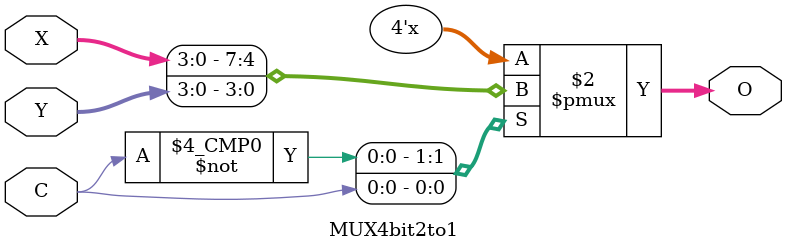
<source format=v>
module MUX4bit3to1(X,Y,Z,C,O);
	input wire [3:0]X;
	input wire [3:0]Y;
	input wire [3:0]Z;
	input wire [1:0]C;
	output reg [3:0]O;
	always @(X,Y,Z,C)
	begin
		case(C)
			2'b00: O<=X;
			2'b01: O<=Y;
			2'b10: O<=Z;
			2'b11: O<=0;
		endcase
	end
endmodule

module MUX1bit3to1(X,Y,Z,C,O);
	input wire X;
	input wire Y;
	input wire Z;
	input wire [1:0]C;
	output reg O;
	always @(X,Y,Z,C)
	begin
		case(C)
			2'b00: O<=X;
			2'b01: O<=Y;
			2'b10: O<=Z;
			2'b11: O<=0;
		endcase
	end
endmodule

module MUX4bit2to1(X,Y,C,O);
	input wire [3:0]X;
	input wire [3:0]Y;
	input wire C;
	output reg [3:0]O;
	always @(X,Y,C)
	begin
		case(C)
			1'b0: O<=X;
			1'b1: O<=Y;
		endcase
	end
endmodule

</source>
